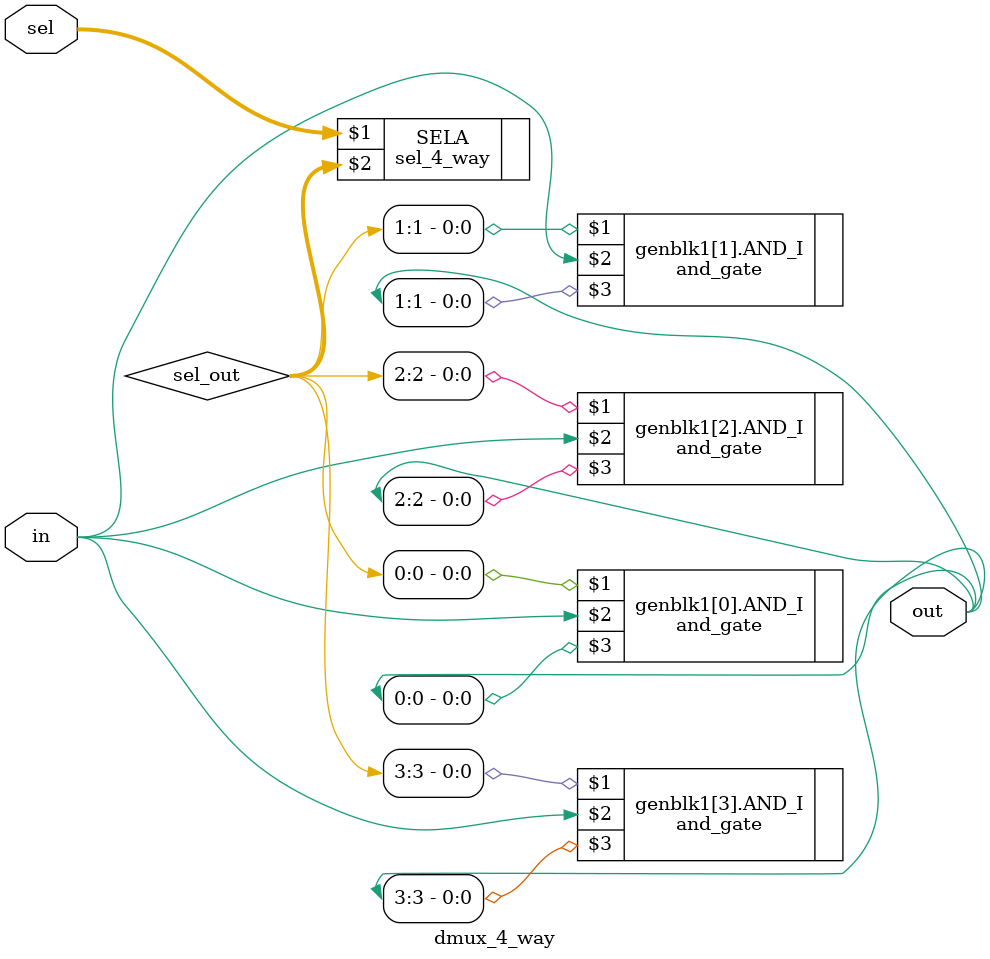
<source format=v>
module dmux_4_way (input in,
                   input [1:0] sel,
                   output [3:0] out);
    wire [3:0] sel_out;
    sel_4_way SELA (sel, sel_out);

    generate
    genvar i;
    for (i = 0; i<4; i++)
        and_gate AND_I (sel_out[i], in, out[i]);
    endgenerate
endmodule

</source>
